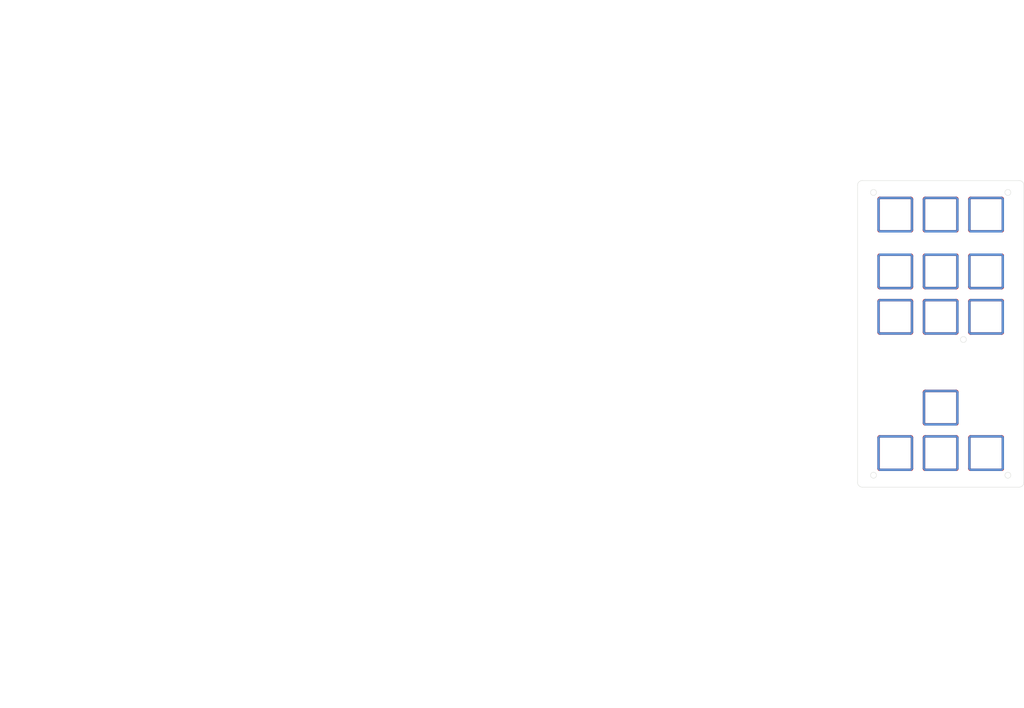
<source format=kicad_pcb>


(kicad_pcb
  (version 20240108)
  (generator "ergogen")
  (generator_version "4.1.0")
  (general
    (thickness 1.6)
    (legacy_teardrops no)
  )
  (paper "A3")
  (title_block
    (title "PhaseShift_Top")
    (date "2025-07-09")
    (rev "0.4.3")
    (company "Allen Choi")
  )

  (layers
    (0 "F.Cu" signal)
    (31 "B.Cu" signal)
    (32 "B.Adhes" user "B.Adhesive")
    (33 "F.Adhes" user "F.Adhesive")
    (34 "B.Paste" user)
    (35 "F.Paste" user)
    (36 "B.SilkS" user "B.Silkscreen")
    (37 "F.SilkS" user "F.Silkscreen")
    (38 "B.Mask" user)
    (39 "F.Mask" user)
    (40 "Dwgs.User" user "User.Drawings")
    (41 "Cmts.User" user "User.Comments")
    (42 "Eco1.User" user "User.Eco1")
    (43 "Eco2.User" user "User.Eco2")
    (44 "Edge.Cuts" user)
    (45 "Margin" user)
    (46 "B.CrtYd" user "B.Courtyard")
    (47 "F.CrtYd" user "F.Courtyard")
    (48 "B.Fab" user)
    (49 "F.Fab" user)
  )

  (setup
    (pad_to_mask_clearance 0.05)
    (allow_soldermask_bridges_in_footprints no)
    (pcbplotparams
      (layerselection 0x00010fc_ffffffff)
      (plot_on_all_layers_selection 0x0000000_00000000)
      (disableapertmacros no)
      (usegerberextensions no)
      (usegerberattributes yes)
      (usegerberadvancedattributes yes)
      (creategerberjobfile yes)
      (dashed_line_dash_ratio 12.000000)
      (dashed_line_gap_ratio 3.000000)
      (svgprecision 4)
      (plotframeref no)
      (viasonmask no)
      (mode 1)
      (useauxorigin no)
      (hpglpennumber 1)
      (hpglpenspeed 20)
      (hpglpendiameter 15.000000)
      (pdf_front_fp_property_popups yes)
      (pdf_back_fp_property_popups yes)
      (dxfpolygonmode yes)
      (dxfimperialunits yes)
      (dxfusepcbnewfont yes)
      (psnegative no)
      (psa4output no)
      (plotreference yes)
      (plotvalue yes)
      (plotfptext yes)
      (plotinvisibletext no)
      (sketchpadsonfab no)
      (subtractmaskfromsilk no)
      (outputformat 1)
      (mirror no)
      (drillshape 1)
      (scaleselection 1)
      (outputdirectory "")
    )
  )

  (net 0 "")
(net 1 "GND")

  
  (zone
    (net 1)
    (net_name "GND")
    (locked no)
    (layers "F&B.Cu")
    
    (hatch edge 0.5)
    
    (connect_pads 
      (clearance 0.508)
    )
    (min_thickness 0.25)
    (filled_areas_thickness no)
    (fill 
      yes
      (thermal_gap 0.5)
      (thermal_bridge_width 0.5)
      (smoothing chamfer)
      (radius 0.5)
      (island_removal_mode 1)
      (island_area_min 5)
      
      
      
      
      
      
      
    )
    (polygon
      (pts
        (xy 0 0) (xy 420 0) (xy 420 297) (xy 0 297) 
      )
    )
  )
    
(
         footprint "Plate-MP_MX_1u"
        (version 20221018)
        (generator pcbnew)
        (layer "F.Cu")
        (attr exclude_from_pos_files exclude_from_bom allow_missing_courtyard)
        (fp_arc (start -7 -6.5) (mid -6.853554 -6.853554) (end -6.5 -7) (stroke (width 1) (type solid)) (layer "F.Cu") )
        (fp_arc (start -6.497236 6.998884) (mid -6.85079 6.852438) (end -6.997236 6.498884) (stroke (width 1) (type solid)) (layer "F.Cu") )
        (fp_arc (start 6.5 -7) (mid 6.853554 -6.853554) (end 7 -6.5) (stroke (width 1) (type solid)) (layer "F.Cu") )
        (fp_arc (start 7 6.5) (mid 6.853554 6.853554) (end 6.5 7) (stroke (width 1) (type solid)) (layer "F.Cu") )
        (fp_arc (start -7 -6.5) (mid -6.853553 -6.853553) (end -6.5 -7) (stroke (width 1) (type solid)) (layer "F.Cu") )
        (fp_arc (start -6.5 7) (mid -6.853553 6.853553) (end -7 6.5) (stroke (width 1) (type solid)) (layer "F.Cu") )
        (fp_arc (start 6.5 -7) (mid 6.853554 -6.853554) (end 7 -6.5) (stroke (width 1) (type solid)) (layer "F.Cu") )
        (fp_arc (start 6.997236 6.498884) (mid 6.85079 6.852438) (end 6.497236 6.998884) (stroke (width 1) (type solid)) (layer "F.Cu") )
        (at 375.45000000000005 90 0)
    
        (fp_text reference "SPMP1" (at 0 -0.5 0) (layer "F.SilkS") hide (effects (font (size 1 1) (thickness 0.1))) )
    
        (fp_line (start -7 -6.5) (end -7 6.5) (stroke (width 1) (type solid)) (layer "F.Cu") )
        (fp_line (start -6.5 7) (end 6.5 7) (stroke (width 1) (type solid)) (layer "F.Cu") )
        (fp_line (start 6.5 -7) (end -6.5 -7) (stroke (width 1) (type solid)) (layer "F.Cu") )
        (fp_line (start 7 6.5) (end 7 -6.5) (stroke (width 1) (type solid)) (layer "F.Cu") )
    
        (fp_text value "Plate-MP_MX_1u" (at 0 1 0) (layer "F.Fab") (effects (font (size 1 1) (thickness 0.15))) )
    
        (fp_line (start -7 -6.5) (end -7 6.5) (stroke (width 1.1) (type solid)) (layer "F.Mask") )
        (fp_line (start -6.5 7) (end 6.5 7) (stroke (width 1.1) (type solid)) (layer "F.Mask") )
        (fp_line (start 6.5 -7) (end -6.5 -7) (stroke (width 1.1) (type solid)) (layer "F.Mask") )
        (fp_line (start 7 6.5) (end 7 -6.5) (stroke (width 1.1) (type solid)) (layer "F.Mask") )
        (fp_arc (start -7 -6.5) (mid -6.853554 -6.853554) (end -6.5 -7) (stroke (width 1.1) (type solid)) (layer "F.Mask") )
        (fp_arc (start -6.497236 6.998884) (mid -6.85079 6.852438) (end -6.997236 6.498884) (stroke (width 1.1) (type solid)) (layer "F.Mask") )
        (fp_arc (start 6.5 -7) (mid 6.853554 -6.853554) (end 7 -6.5) (stroke (width 1.1) (type solid)) (layer "F.Mask") )
        (fp_arc (start 7 6.5) (mid 6.853554 6.853554) (end 6.5 7) (stroke (width 1.1) (type solid)) (layer "F.Mask") )
    
    
    
    
    
        (fp_line (start -7 6.5) (end -7 -6.5) (stroke (width 1) (type solid)) (layer "B.Cu") )
        (fp_line (start -6.5 -7) (end 6.5 -7) (stroke (width 1) (type solid)) (layer "B.Cu") )
        (fp_line (start 6.5 7) (end -6.5 7) (stroke (width 1) (type solid)) (layer "B.Cu") )
        (fp_line (start 7 -6.5) (end 7 6.5) (stroke (width 1) (type solid)) (layer "B.Cu") )
    
    
        (fp_line (start -7 6.5) (end -7 -6.5) (stroke (width 1.1) (type solid)) (layer "B.Mask") )
        (fp_line (start -6.5 -7) (end 6.5 -7) (stroke (width 1.1) (type solid)) (layer "B.Mask") )
        (fp_line (start 6.5 7) (end -6.5 7) (stroke (width 1.1) (type solid)) (layer "B.Mask") )
        (fp_line (start 7 -6.5) (end 7 6.5) (stroke (width 1.1) (type solid)) (layer "B.Mask") )
        (fp_arc (start -7 -6.5) (mid -6.853553 -6.853553) (end -6.5 -7) (stroke (width 1.1) (type solid)) (layer "B.Mask") )
        (fp_arc (start -6.5 7) (mid -6.853553 6.853553) (end -7 6.5) (stroke (width 1.1) (type solid)) (layer "B.Mask") )
        (fp_arc (start 6.5 -7) (mid 6.853554 -6.853554) (end 7 -6.5) (stroke (width 1.1) (type solid)) (layer "B.Mask") )
        (fp_arc (start 6.997236 6.498884) (mid 6.85079 6.852438) (end 6.497236 6.998884) (stroke (width 1.1) (type solid)) (layer "B.Mask") )
    
    
    
        (fp_line (start -7 -6.5) (end -7 6.5) (stroke (width 0.05) (type solid)) (layer "Edge.Cuts") )
        (fp_line (start -6.5 7) (end 6.5 7) (stroke (width 0.05) (type solid)) (layer "Edge.Cuts") )
        (fp_line (start 6.5 -7) (end -6.5 -7) (stroke (width 0.05) (type solid)) (layer "Edge.Cuts") )
        (fp_line (start 7 6.5) (end 7 -6.5) (stroke (width 0.05) (type solid)) (layer "Edge.Cuts") )
        (fp_arc (start -7 -6.5) (mid -6.853553 -6.853553) (end -6.5 -7) (stroke (width 0.05) (type solid)) (layer "Edge.Cuts") )
        (fp_arc (start -6.497236 6.998884) (mid -6.850789 6.852437) (end -6.997236 6.498884) (stroke (width 0.05) (type solid)) (layer "Edge.Cuts") )
        (fp_arc (start 6.5 -7) (mid 6.853554 -6.853554) (end 7 -6.5) (stroke (width 0.05) (type solid)) (layer "Edge.Cuts") )
        (fp_arc (start 7 6.5) (mid 6.853554 6.853554) (end 6.5 7) (stroke (width 0.05) (type solid)) (layer "Edge.Cuts") )
    
        (fp_rect (start -9.525 -9.525) (end 9.525 9.525) (stroke (width 0.1) (type solid)) (fill none) (layer "Dwgs.User") )
    
    
    
    
    
            )
    
(
         footprint "Plate-MP_MX_1u"
        (version 20221018)
        (generator pcbnew)
        (layer "F.Cu")
        (attr exclude_from_pos_files exclude_from_bom allow_missing_courtyard)
        (fp_arc (start -7 -6.5) (mid -6.853554 -6.853554) (end -6.5 -7) (stroke (width 1) (type solid)) (layer "F.Cu") )
        (fp_arc (start -6.497236 6.998884) (mid -6.85079 6.852438) (end -6.997236 6.498884) (stroke (width 1) (type solid)) (layer "F.Cu") )
        (fp_arc (start 6.5 -7) (mid 6.853554 -6.853554) (end 7 -6.5) (stroke (width 1) (type solid)) (layer "F.Cu") )
        (fp_arc (start 7 6.5) (mid 6.853554 6.853554) (end 6.5 7) (stroke (width 1) (type solid)) (layer "F.Cu") )
        (fp_arc (start -7 -6.5) (mid -6.853553 -6.853553) (end -6.5 -7) (stroke (width 1) (type solid)) (layer "F.Cu") )
        (fp_arc (start -6.5 7) (mid -6.853553 6.853553) (end -7 6.5) (stroke (width 1) (type solid)) (layer "F.Cu") )
        (fp_arc (start 6.5 -7) (mid 6.853554 -6.853554) (end 7 -6.5) (stroke (width 1) (type solid)) (layer "F.Cu") )
        (fp_arc (start 6.997236 6.498884) (mid 6.85079 6.852438) (end 6.497236 6.998884) (stroke (width 1) (type solid)) (layer "F.Cu") )
        (at 375.45000000000005 113.8125 0)
    
        (fp_text reference "SPMP2" (at 0 -0.5 0) (layer "F.SilkS") hide (effects (font (size 1 1) (thickness 0.1))) )
    
        (fp_line (start -7 -6.5) (end -7 6.5) (stroke (width 1) (type solid)) (layer "F.Cu") )
        (fp_line (start -6.5 7) (end 6.5 7) (stroke (width 1) (type solid)) (layer "F.Cu") )
        (fp_line (start 6.5 -7) (end -6.5 -7) (stroke (width 1) (type solid)) (layer "F.Cu") )
        (fp_line (start 7 6.5) (end 7 -6.5) (stroke (width 1) (type solid)) (layer "F.Cu") )
    
        (fp_text value "Plate-MP_MX_1u" (at 0 1 0) (layer "F.Fab") (effects (font (size 1 1) (thickness 0.15))) )
    
        (fp_line (start -7 -6.5) (end -7 6.5) (stroke (width 1.1) (type solid)) (layer "F.Mask") )
        (fp_line (start -6.5 7) (end 6.5 7) (stroke (width 1.1) (type solid)) (layer "F.Mask") )
        (fp_line (start 6.5 -7) (end -6.5 -7) (stroke (width 1.1) (type solid)) (layer "F.Mask") )
        (fp_line (start 7 6.5) (end 7 -6.5) (stroke (width 1.1) (type solid)) (layer "F.Mask") )
        (fp_arc (start -7 -6.5) (mid -6.853554 -6.853554) (end -6.5 -7) (stroke (width 1.1) (type solid)) (layer "F.Mask") )
        (fp_arc (start -6.497236 6.998884) (mid -6.85079 6.852438) (end -6.997236 6.498884) (stroke (width 1.1) (type solid)) (layer "F.Mask") )
        (fp_arc (start 6.5 -7) (mid 6.853554 -6.853554) (end 7 -6.5) (stroke (width 1.1) (type solid)) (layer "F.Mask") )
        (fp_arc (start 7 6.5) (mid 6.853554 6.853554) (end 6.5 7) (stroke (width 1.1) (type solid)) (layer "F.Mask") )
    
    
    
    
    
        (fp_line (start -7 6.5) (end -7 -6.5) (stroke (width 1) (type solid)) (layer "B.Cu") )
        (fp_line (start -6.5 -7) (end 6.5 -7) (stroke (width 1) (type solid)) (layer "B.Cu") )
        (fp_line (start 6.5 7) (end -6.5 7) (stroke (width 1) (type solid)) (layer "B.Cu") )
        (fp_line (start 7 -6.5) (end 7 6.5) (stroke (width 1) (type solid)) (layer "B.Cu") )
    
    
        (fp_line (start -7 6.5) (end -7 -6.5) (stroke (width 1.1) (type solid)) (layer "B.Mask") )
        (fp_line (start -6.5 -7) (end 6.5 -7) (stroke (width 1.1) (type solid)) (layer "B.Mask") )
        (fp_line (start 6.5 7) (end -6.5 7) (stroke (width 1.1) (type solid)) (layer "B.Mask") )
        (fp_line (start 7 -6.5) (end 7 6.5) (stroke (width 1.1) (type solid)) (layer "B.Mask") )
        (fp_arc (start -7 -6.5) (mid -6.853553 -6.853553) (end -6.5 -7) (stroke (width 1.1) (type solid)) (layer "B.Mask") )
        (fp_arc (start -6.5 7) (mid -6.853553 6.853553) (end -7 6.5) (stroke (width 1.1) (type solid)) (layer "B.Mask") )
        (fp_arc (start 6.5 -7) (mid 6.853554 -6.853554) (end 7 -6.5) (stroke (width 1.1) (type solid)) (layer "B.Mask") )
        (fp_arc (start 6.997236 6.498884) (mid 6.85079 6.852438) (end 6.497236 6.998884) (stroke (width 1.1) (type solid)) (layer "B.Mask") )
    
    
    
        (fp_line (start -7 -6.5) (end -7 6.5) (stroke (width 0.05) (type solid)) (layer "Edge.Cuts") )
        (fp_line (start -6.5 7) (end 6.5 7) (stroke (width 0.05) (type solid)) (layer "Edge.Cuts") )
        (fp_line (start 6.5 -7) (end -6.5 -7) (stroke (width 0.05) (type solid)) (layer "Edge.Cuts") )
        (fp_line (start 7 6.5) (end 7 -6.5) (stroke (width 0.05) (type solid)) (layer "Edge.Cuts") )
        (fp_arc (start -7 -6.5) (mid -6.853553 -6.853553) (end -6.5 -7) (stroke (width 0.05) (type solid)) (layer "Edge.Cuts") )
        (fp_arc (start -6.497236 6.998884) (mid -6.850789 6.852437) (end -6.997236 6.498884) (stroke (width 0.05) (type solid)) (layer "Edge.Cuts") )
        (fp_arc (start 6.5 -7) (mid 6.853554 -6.853554) (end 7 -6.5) (stroke (width 0.05) (type solid)) (layer "Edge.Cuts") )
        (fp_arc (start 7 6.5) (mid 6.853554 6.853554) (end 6.5 7) (stroke (width 0.05) (type solid)) (layer "Edge.Cuts") )
    
        (fp_rect (start -9.525 -9.525) (end 9.525 9.525) (stroke (width 0.1) (type solid)) (fill none) (layer "Dwgs.User") )
    
    
    
    
    
            )
    
(
         footprint "Plate-MP_MX_1u"
        (version 20221018)
        (generator pcbnew)
        (layer "F.Cu")
        (attr exclude_from_pos_files exclude_from_bom allow_missing_courtyard)
        (fp_arc (start -7 -6.5) (mid -6.853554 -6.853554) (end -6.5 -7) (stroke (width 1) (type solid)) (layer "F.Cu") )
        (fp_arc (start -6.497236 6.998884) (mid -6.85079 6.852438) (end -6.997236 6.498884) (stroke (width 1) (type solid)) (layer "F.Cu") )
        (fp_arc (start 6.5 -7) (mid 6.853554 -6.853554) (end 7 -6.5) (stroke (width 1) (type solid)) (layer "F.Cu") )
        (fp_arc (start 7 6.5) (mid 6.853554 6.853554) (end 6.5 7) (stroke (width 1) (type solid)) (layer "F.Cu") )
        (fp_arc (start -7 -6.5) (mid -6.853553 -6.853553) (end -6.5 -7) (stroke (width 1) (type solid)) (layer "F.Cu") )
        (fp_arc (start -6.5 7) (mid -6.853553 6.853553) (end -7 6.5) (stroke (width 1) (type solid)) (layer "F.Cu") )
        (fp_arc (start 6.5 -7) (mid 6.853554 -6.853554) (end 7 -6.5) (stroke (width 1) (type solid)) (layer "F.Cu") )
        (fp_arc (start 6.997236 6.498884) (mid 6.85079 6.852438) (end 6.497236 6.998884) (stroke (width 1) (type solid)) (layer "F.Cu") )
        (at 375.45000000000005 132.8625 0)
    
        (fp_text reference "SPMP3" (at 0 -0.5 0) (layer "F.SilkS") hide (effects (font (size 1 1) (thickness 0.1))) )
    
        (fp_line (start -7 -6.5) (end -7 6.5) (stroke (width 1) (type solid)) (layer "F.Cu") )
        (fp_line (start -6.5 7) (end 6.5 7) (stroke (width 1) (type solid)) (layer "F.Cu") )
        (fp_line (start 6.5 -7) (end -6.5 -7) (stroke (width 1) (type solid)) (layer "F.Cu") )
        (fp_line (start 7 6.5) (end 7 -6.5) (stroke (width 1) (type solid)) (layer "F.Cu") )
    
        (fp_text value "Plate-MP_MX_1u" (at 0 1 0) (layer "F.Fab") (effects (font (size 1 1) (thickness 0.15))) )
    
        (fp_line (start -7 -6.5) (end -7 6.5) (stroke (width 1.1) (type solid)) (layer "F.Mask") )
        (fp_line (start -6.5 7) (end 6.5 7) (stroke (width 1.1) (type solid)) (layer "F.Mask") )
        (fp_line (start 6.5 -7) (end -6.5 -7) (stroke (width 1.1) (type solid)) (layer "F.Mask") )
        (fp_line (start 7 6.5) (end 7 -6.5) (stroke (width 1.1) (type solid)) (layer "F.Mask") )
        (fp_arc (start -7 -6.5) (mid -6.853554 -6.853554) (end -6.5 -7) (stroke (width 1.1) (type solid)) (layer "F.Mask") )
        (fp_arc (start -6.497236 6.998884) (mid -6.85079 6.852438) (end -6.997236 6.498884) (stroke (width 1.1) (type solid)) (layer "F.Mask") )
        (fp_arc (start 6.5 -7) (mid 6.853554 -6.853554) (end 7 -6.5) (stroke (width 1.1) (type solid)) (layer "F.Mask") )
        (fp_arc (start 7 6.5) (mid 6.853554 6.853554) (end 6.5 7) (stroke (width 1.1) (type solid)) (layer "F.Mask") )
    
    
    
    
    
        (fp_line (start -7 6.5) (end -7 -6.5) (stroke (width 1) (type solid)) (layer "B.Cu") )
        (fp_line (start -6.5 -7) (end 6.5 -7) (stroke (width 1) (type solid)) (layer "B.Cu") )
        (fp_line (start 6.5 7) (end -6.5 7) (stroke (width 1) (type solid)) (layer "B.Cu") )
        (fp_line (start 7 -6.5) (end 7 6.5) (stroke (width 1) (type solid)) (layer "B.Cu") )
    
    
        (fp_line (start -7 6.5) (end -7 -6.5) (stroke (width 1.1) (type solid)) (layer "B.Mask") )
        (fp_line (start -6.5 -7) (end 6.5 -7) (stroke (width 1.1) (type solid)) (layer "B.Mask") )
        (fp_line (start 6.5 7) (end -6.5 7) (stroke (width 1.1) (type solid)) (layer "B.Mask") )
        (fp_line (start 7 -6.5) (end 7 6.5) (stroke (width 1.1) (type solid)) (layer "B.Mask") )
        (fp_arc (start -7 -6.5) (mid -6.853553 -6.853553) (end -6.5 -7) (stroke (width 1.1) (type solid)) (layer "B.Mask") )
        (fp_arc (start -6.5 7) (mid -6.853553 6.853553) (end -7 6.5) (stroke (width 1.1) (type solid)) (layer "B.Mask") )
        (fp_arc (start 6.5 -7) (mid 6.853554 -6.853554) (end 7 -6.5) (stroke (width 1.1) (type solid)) (layer "B.Mask") )
        (fp_arc (start 6.997236 6.498884) (mid 6.85079 6.852438) (end 6.497236 6.998884) (stroke (width 1.1) (type solid)) (layer "B.Mask") )
    
    
    
        (fp_line (start -7 -6.5) (end -7 6.5) (stroke (width 0.05) (type solid)) (layer "Edge.Cuts") )
        (fp_line (start -6.5 7) (end 6.5 7) (stroke (width 0.05) (type solid)) (layer "Edge.Cuts") )
        (fp_line (start 6.5 -7) (end -6.5 -7) (stroke (width 0.05) (type solid)) (layer "Edge.Cuts") )
        (fp_line (start 7 6.5) (end 7 -6.5) (stroke (width 0.05) (type solid)) (layer "Edge.Cuts") )
        (fp_arc (start -7 -6.5) (mid -6.853553 -6.853553) (end -6.5 -7) (stroke (width 0.05) (type solid)) (layer "Edge.Cuts") )
        (fp_arc (start -6.497236 6.998884) (mid -6.850789 6.852437) (end -6.997236 6.498884) (stroke (width 0.05) (type solid)) (layer "Edge.Cuts") )
        (fp_arc (start 6.5 -7) (mid 6.853554 -6.853554) (end 7 -6.5) (stroke (width 0.05) (type solid)) (layer "Edge.Cuts") )
        (fp_arc (start 7 6.5) (mid 6.853554 6.853554) (end 6.5 7) (stroke (width 0.05) (type solid)) (layer "Edge.Cuts") )
    
        (fp_rect (start -9.525 -9.525) (end 9.525 9.525) (stroke (width 0.1) (type solid)) (fill none) (layer "Dwgs.User") )
    
    
    
    
    
            )
    
(
         footprint "Plate-MP_MX_1u"
        (version 20221018)
        (generator pcbnew)
        (layer "F.Cu")
        (attr exclude_from_pos_files exclude_from_bom allow_missing_courtyard)
        (fp_arc (start -7 -6.5) (mid -6.853554 -6.853554) (end -6.5 -7) (stroke (width 1) (type solid)) (layer "F.Cu") )
        (fp_arc (start -6.497236 6.998884) (mid -6.85079 6.852438) (end -6.997236 6.498884) (stroke (width 1) (type solid)) (layer "F.Cu") )
        (fp_arc (start 6.5 -7) (mid 6.853554 -6.853554) (end 7 -6.5) (stroke (width 1) (type solid)) (layer "F.Cu") )
        (fp_arc (start 7 6.5) (mid 6.853554 6.853554) (end 6.5 7) (stroke (width 1) (type solid)) (layer "F.Cu") )
        (fp_arc (start -7 -6.5) (mid -6.853553 -6.853553) (end -6.5 -7) (stroke (width 1) (type solid)) (layer "F.Cu") )
        (fp_arc (start -6.5 7) (mid -6.853553 6.853553) (end -7 6.5) (stroke (width 1) (type solid)) (layer "F.Cu") )
        (fp_arc (start 6.5 -7) (mid 6.853554 -6.853554) (end 7 -6.5) (stroke (width 1) (type solid)) (layer "F.Cu") )
        (fp_arc (start 6.997236 6.498884) (mid 6.85079 6.852438) (end 6.497236 6.998884) (stroke (width 1) (type solid)) (layer "F.Cu") )
        (at 394.50000000000006 90 0)
    
        (fp_text reference "SPMP4" (at 0 -0.5 0) (layer "F.SilkS") hide (effects (font (size 1 1) (thickness 0.1))) )
    
        (fp_line (start -7 -6.5) (end -7 6.5) (stroke (width 1) (type solid)) (layer "F.Cu") )
        (fp_line (start -6.5 7) (end 6.5 7) (stroke (width 1) (type solid)) (layer "F.Cu") )
        (fp_line (start 6.5 -7) (end -6.5 -7) (stroke (width 1) (type solid)) (layer "F.Cu") )
        (fp_line (start 7 6.5) (end 7 -6.5) (stroke (width 1) (type solid)) (layer "F.Cu") )
    
        (fp_text value "Plate-MP_MX_1u" (at 0 1 0) (layer "F.Fab") (effects (font (size 1 1) (thickness 0.15))) )
    
        (fp_line (start -7 -6.5) (end -7 6.5) (stroke (width 1.1) (type solid)) (layer "F.Mask") )
        (fp_line (start -6.5 7) (end 6.5 7) (stroke (width 1.1) (type solid)) (layer "F.Mask") )
        (fp_line (start 6.5 -7) (end -6.5 -7) (stroke (width 1.1) (type solid)) (layer "F.Mask") )
        (fp_line (start 7 6.5) (end 7 -6.5) (stroke (width 1.1) (type solid)) (layer "F.Mask") )
        (fp_arc (start -7 -6.5) (mid -6.853554 -6.853554) (end -6.5 -7) (stroke (width 1.1) (type solid)) (layer "F.Mask") )
        (fp_arc (start -6.497236 6.998884) (mid -6.85079 6.852438) (end -6.997236 6.498884) (stroke (width 1.1) (type solid)) (layer "F.Mask") )
        (fp_arc (start 6.5 -7) (mid 6.853554 -6.853554) (end 7 -6.5) (stroke (width 1.1) (type solid)) (layer "F.Mask") )
        (fp_arc (start 7 6.5) (mid 6.853554 6.853554) (end 6.5 7) (stroke (width 1.1) (type solid)) (layer "F.Mask") )
    
    
    
    
    
        (fp_line (start -7 6.5) (end -7 -6.5) (stroke (width 1) (type solid)) (layer "B.Cu") )
        (fp_line (start -6.5 -7) (end 6.5 -7) (stroke (width 1) (type solid)) (layer "B.Cu") )
        (fp_line (start 6.5 7) (end -6.5 7) (stroke (width 1) (type solid)) (layer "B.Cu") )
        (fp_line (start 7 -6.5) (end 7 6.5) (stroke (width 1) (type solid)) (layer "B.Cu") )
    
    
        (fp_line (start -7 6.5) (end -7 -6.5) (stroke (width 1.1) (type solid)) (layer "B.Mask") )
        (fp_line (start -6.5 -7) (end 6.5 -7) (stroke (width 1.1) (type solid)) (layer "B.Mask") )
        (fp_line (start 6.5 7) (end -6.5 7) (stroke (width 1.1) (type solid)) (layer "B.Mask") )
        (fp_line (start 7 -6.5) (end 7 6.5) (stroke (width 1.1) (type solid)) (layer "B.Mask") )
        (fp_arc (start -7 -6.5) (mid -6.853553 -6.853553) (end -6.5 -7) (stroke (width 1.1) (type solid)) (layer "B.Mask") )
        (fp_arc (start -6.5 7) (mid -6.853553 6.853553) (end -7 6.5) (stroke (width 1.1) (type solid)) (layer "B.Mask") )
        (fp_arc (start 6.5 -7) (mid 6.853554 -6.853554) (end 7 -6.5) (stroke (width 1.1) (type solid)) (layer "B.Mask") )
        (fp_arc (start 6.997236 6.498884) (mid 6.85079 6.852438) (end 6.497236 6.998884) (stroke (width 1.1) (type solid)) (layer "B.Mask") )
    
    
    
        (fp_line (start -7 -6.5) (end -7 6.5) (stroke (width 0.05) (type solid)) (layer "Edge.Cuts") )
        (fp_line (start -6.5 7) (end 6.5 7) (stroke (width 0.05) (type solid)) (layer "Edge.Cuts") )
        (fp_line (start 6.5 -7) (end -6.5 -7) (stroke (width 0.05) (type solid)) (layer "Edge.Cuts") )
        (fp_line (start 7 6.5) (end 7 -6.5) (stroke (width 0.05) (type solid)) (layer "Edge.Cuts") )
        (fp_arc (start -7 -6.5) (mid -6.853553 -6.853553) (end -6.5 -7) (stroke (width 0.05) (type solid)) (layer "Edge.Cuts") )
        (fp_arc (start -6.497236 6.998884) (mid -6.850789 6.852437) (end -6.997236 6.498884) (stroke (width 0.05) (type solid)) (layer "Edge.Cuts") )
        (fp_arc (start 6.5 -7) (mid 6.853554 -6.853554) (end 7 -6.5) (stroke (width 0.05) (type solid)) (layer "Edge.Cuts") )
        (fp_arc (start 7 6.5) (mid 6.853554 6.853554) (end 6.5 7) (stroke (width 0.05) (type solid)) (layer "Edge.Cuts") )
    
        (fp_rect (start -9.525 -9.525) (end 9.525 9.525) (stroke (width 0.1) (type solid)) (fill none) (layer "Dwgs.User") )
    
    
    
    
    
            )
    
(
         footprint "Plate-MP_MX_1u"
        (version 20221018)
        (generator pcbnew)
        (layer "F.Cu")
        (attr exclude_from_pos_files exclude_from_bom allow_missing_courtyard)
        (fp_arc (start -7 -6.5) (mid -6.853554 -6.853554) (end -6.5 -7) (stroke (width 1) (type solid)) (layer "F.Cu") )
        (fp_arc (start -6.497236 6.998884) (mid -6.85079 6.852438) (end -6.997236 6.498884) (stroke (width 1) (type solid)) (layer "F.Cu") )
        (fp_arc (start 6.5 -7) (mid 6.853554 -6.853554) (end 7 -6.5) (stroke (width 1) (type solid)) (layer "F.Cu") )
        (fp_arc (start 7 6.5) (mid 6.853554 6.853554) (end 6.5 7) (stroke (width 1) (type solid)) (layer "F.Cu") )
        (fp_arc (start -7 -6.5) (mid -6.853553 -6.853553) (end -6.5 -7) (stroke (width 1) (type solid)) (layer "F.Cu") )
        (fp_arc (start -6.5 7) (mid -6.853553 6.853553) (end -7 6.5) (stroke (width 1) (type solid)) (layer "F.Cu") )
        (fp_arc (start 6.5 -7) (mid 6.853554 -6.853554) (end 7 -6.5) (stroke (width 1) (type solid)) (layer "F.Cu") )
        (fp_arc (start 6.997236 6.498884) (mid 6.85079 6.852438) (end 6.497236 6.998884) (stroke (width 1) (type solid)) (layer "F.Cu") )
        (at 394.50000000000006 113.8125 0)
    
        (fp_text reference "SPMP5" (at 0 -0.5 0) (layer "F.SilkS") hide (effects (font (size 1 1) (thickness 0.1))) )
    
        (fp_line (start -7 -6.5) (end -7 6.5) (stroke (width 1) (type solid)) (layer "F.Cu") )
        (fp_line (start -6.5 7) (end 6.5 7) (stroke (width 1) (type solid)) (layer "F.Cu") )
        (fp_line (start 6.5 -7) (end -6.5 -7) (stroke (width 1) (type solid)) (layer "F.Cu") )
        (fp_line (start 7 6.5) (end 7 -6.5) (stroke (width 1) (type solid)) (layer "F.Cu") )
    
        (fp_text value "Plate-MP_MX_1u" (at 0 1 0) (layer "F.Fab") (effects (font (size 1 1) (thickness 0.15))) )
    
        (fp_line (start -7 -6.5) (end -7 6.5) (stroke (width 1.1) (type solid)) (layer "F.Mask") )
        (fp_line (start -6.5 7) (end 6.5 7) (stroke (width 1.1) (type solid)) (layer "F.Mask") )
        (fp_line (start 6.5 -7) (end -6.5 -7) (stroke (width 1.1) (type solid)) (layer "F.Mask") )
        (fp_line (start 7 6.5) (end 7 -6.5) (stroke (width 1.1) (type solid)) (layer "F.Mask") )
        (fp_arc (start -7 -6.5) (mid -6.853554 -6.853554) (end -6.5 -7) (stroke (width 1.1) (type solid)) (layer "F.Mask") )
        (fp_arc (start -6.497236 6.998884) (mid -6.85079 6.852438) (end -6.997236 6.498884) (stroke (width 1.1) (type solid)) (layer "F.Mask") )
        (fp_arc (start 6.5 -7) (mid 6.853554 -6.853554) (end 7 -6.5) (stroke (width 1.1) (type solid)) (layer "F.Mask") )
        (fp_arc (start 7 6.5) (mid 6.853554 6.853554) (end 6.5 7) (stroke (width 1.1) (type solid)) (layer "F.Mask") )
    
    
    
    
    
        (fp_line (start -7 6.5) (end -7 -6.5) (stroke (width 1) (type solid)) (layer "B.Cu") )
        (fp_line (start -6.5 -7) (end 6.5 -7) (stroke (width 1) (type solid)) (layer "B.Cu") )
        (fp_line (start 6.5 7) (end -6.5 7) (stroke (width 1) (type solid)) (layer "B.Cu") )
        (fp_line (start 7 -6.5) (end 7 6.5) (stroke (width 1) (type solid)) (layer "B.Cu") )
    
    
        (fp_line (start -7 6.5) (end -7 -6.5) (stroke (width 1.1) (type solid)) (layer "B.Mask") )
        (fp_line (start -6.5 -7) (end 6.5 -7) (stroke (width 1.1) (type solid)) (layer "B.Mask") )
        (fp_line (start 6.5 7) (end -6.5 7) (stroke (width 1.1) (type solid)) (layer "B.Mask") )
        (fp_line (start 7 -6.5) (end 7 6.5) (stroke (width 1.1) (type solid)) (layer "B.Mask") )
        (fp_arc (start -7 -6.5) (mid -6.853553 -6.853553) (end -6.5 -7) (stroke (width 1.1) (type solid)) (layer "B.Mask") )
        (fp_arc (start -6.5 7) (mid -6.853553 6.853553) (end -7 6.5) (stroke (width 1.1) (type solid)) (layer "B.Mask") )
        (fp_arc (start 6.5 -7) (mid 6.853554 -6.853554) (end 7 -6.5) (stroke (width 1.1) (type solid)) (layer "B.Mask") )
        (fp_arc (start 6.997236 6.498884) (mid 6.85079 6.852438) (end 6.497236 6.998884) (stroke (width 1.1) (type solid)) (layer "B.Mask") )
    
    
    
        (fp_line (start -7 -6.5) (end -7 6.5) (stroke (width 0.05) (type solid)) (layer "Edge.Cuts") )
        (fp_line (start -6.5 7) (end 6.5 7) (stroke (width 0.05) (type solid)) (layer "Edge.Cuts") )
        (fp_line (start 6.5 -7) (end -6.5 -7) (stroke (width 0.05) (type solid)) (layer "Edge.Cuts") )
        (fp_line (start 7 6.5) (end 7 -6.5) (stroke (width 0.05) (type solid)) (layer "Edge.Cuts") )
        (fp_arc (start -7 -6.5) (mid -6.853553 -6.853553) (end -6.5 -7) (stroke (width 0.05) (type solid)) (layer "Edge.Cuts") )
        (fp_arc (start -6.497236 6.998884) (mid -6.850789 6.852437) (end -6.997236 6.498884) (stroke (width 0.05) (type solid)) (layer "Edge.Cuts") )
        (fp_arc (start 6.5 -7) (mid 6.853554 -6.853554) (end 7 -6.5) (stroke (width 0.05) (type solid)) (layer "Edge.Cuts") )
        (fp_arc (start 7 6.5) (mid 6.853554 6.853554) (end 6.5 7) (stroke (width 0.05) (type solid)) (layer "Edge.Cuts") )
    
        (fp_rect (start -9.525 -9.525) (end 9.525 9.525) (stroke (width 0.1) (type solid)) (fill none) (layer "Dwgs.User") )
    
    
    
    
    
            )
    
(
         footprint "Plate-MP_MX_1u"
        (version 20221018)
        (generator pcbnew)
        (layer "F.Cu")
        (attr exclude_from_pos_files exclude_from_bom allow_missing_courtyard)
        (fp_arc (start -7 -6.5) (mid -6.853554 -6.853554) (end -6.5 -7) (stroke (width 1) (type solid)) (layer "F.Cu") )
        (fp_arc (start -6.497236 6.998884) (mid -6.85079 6.852438) (end -6.997236 6.498884) (stroke (width 1) (type solid)) (layer "F.Cu") )
        (fp_arc (start 6.5 -7) (mid 6.853554 -6.853554) (end 7 -6.5) (stroke (width 1) (type solid)) (layer "F.Cu") )
        (fp_arc (start 7 6.5) (mid 6.853554 6.853554) (end 6.5 7) (stroke (width 1) (type solid)) (layer "F.Cu") )
        (fp_arc (start -7 -6.5) (mid -6.853553 -6.853553) (end -6.5 -7) (stroke (width 1) (type solid)) (layer "F.Cu") )
        (fp_arc (start -6.5 7) (mid -6.853553 6.853553) (end -7 6.5) (stroke (width 1) (type solid)) (layer "F.Cu") )
        (fp_arc (start 6.5 -7) (mid 6.853554 -6.853554) (end 7 -6.5) (stroke (width 1) (type solid)) (layer "F.Cu") )
        (fp_arc (start 6.997236 6.498884) (mid 6.85079 6.852438) (end 6.497236 6.998884) (stroke (width 1) (type solid)) (layer "F.Cu") )
        (at 394.50000000000006 132.8625 0)
    
        (fp_text reference "SPMP6" (at 0 -0.5 0) (layer "F.SilkS") hide (effects (font (size 1 1) (thickness 0.1))) )
    
        (fp_line (start -7 -6.5) (end -7 6.5) (stroke (width 1) (type solid)) (layer "F.Cu") )
        (fp_line (start -6.5 7) (end 6.5 7) (stroke (width 1) (type solid)) (layer "F.Cu") )
        (fp_line (start 6.5 -7) (end -6.5 -7) (stroke (width 1) (type solid)) (layer "F.Cu") )
        (fp_line (start 7 6.5) (end 7 -6.5) (stroke (width 1) (type solid)) (layer "F.Cu") )
    
        (fp_text value "Plate-MP_MX_1u" (at 0 1 0) (layer "F.Fab") (effects (font (size 1 1) (thickness 0.15))) )
    
        (fp_line (start -7 -6.5) (end -7 6.5) (stroke (width 1.1) (type solid)) (layer "F.Mask") )
        (fp_line (start -6.5 7) (end 6.5 7) (stroke (width 1.1) (type solid)) (layer "F.Mask") )
        (fp_line (start 6.5 -7) (end -6.5 -7) (stroke (width 1.1) (type solid)) (layer "F.Mask") )
        (fp_line (start 7 6.5) (end 7 -6.5) (stroke (width 1.1) (type solid)) (layer "F.Mask") )
        (fp_arc (start -7 -6.5) (mid -6.853554 -6.853554) (end -6.5 -7) (stroke (width 1.1) (type solid)) (layer "F.Mask") )
        (fp_arc (start -6.497236 6.998884) (mid -6.85079 6.852438) (end -6.997236 6.498884) (stroke (width 1.1) (type solid)) (layer "F.Mask") )
        (fp_arc (start 6.5 -7) (mid 6.853554 -6.853554) (end 7 -6.5) (stroke (width 1.1) (type solid)) (layer "F.Mask") )
        (fp_arc (start 7 6.5) (mid 6.853554 6.853554) (end 6.5 7) (stroke (width 1.1) (type solid)) (layer "F.Mask") )
    
    
    
    
    
        (fp_line (start -7 6.5) (end -7 -6.5) (stroke (width 1) (type solid)) (layer "B.Cu") )
        (fp_line (start -6.5 -7) (end 6.5 -7) (stroke (width 1) (type solid)) (layer "B.Cu") )
        (fp_line (start 6.5 7) (end -6.5 7) (stroke (width 1) (type solid)) (layer "B.Cu") )
        (fp_line (start 7 -6.5) (end 7 6.5) (stroke (width 1) (type solid)) (layer "B.Cu") )
    
    
        (fp_line (start -7 6.5) (end -7 -6.5) (stroke (width 1.1) (type solid)) (layer "B.Mask") )
        (fp_line (start -6.5 -7) (end 6.5 -7) (stroke (width 1.1) (type solid)) (layer "B.Mask") )
        (fp_line (start 6.5 7) (end -6.5 7) (stroke (width 1.1) (type solid)) (layer "B.Mask") )
        (fp_line (start 7 -6.5) (end 7 6.5) (stroke (width 1.1) (type solid)) (layer "B.Mask") )
        (fp_arc (start -7 -6.5) (mid -6.853553 -6.853553) (end -6.5 -7) (stroke (width 1.1) (type solid)) (layer "B.Mask") )
        (fp_arc (start -6.5 7) (mid -6.853553 6.853553) (end -7 6.5) (stroke (width 1.1) (type solid)) (layer "B.Mask") )
        (fp_arc (start 6.5 -7) (mid 6.853554 -6.853554) (end 7 -6.5) (stroke (width 1.1) (type solid)) (layer "B.Mask") )
        (fp_arc (start 6.997236 6.498884) (mid 6.85079 6.852438) (end 6.497236 6.998884) (stroke (width 1.1) (type solid)) (layer "B.Mask") )
    
    
    
        (fp_line (start -7 -6.5) (end -7 6.5) (stroke (width 0.05) (type solid)) (layer "Edge.Cuts") )
        (fp_line (start -6.5 7) (end 6.5 7) (stroke (width 0.05) (type solid)) (layer "Edge.Cuts") )
        (fp_line (start 6.5 -7) (end -6.5 -7) (stroke (width 0.05) (type solid)) (layer "Edge.Cuts") )
        (fp_line (start 7 6.5) (end 7 -6.5) (stroke (width 0.05) (type solid)) (layer "Edge.Cuts") )
        (fp_arc (start -7 -6.5) (mid -6.853553 -6.853553) (end -6.5 -7) (stroke (width 0.05) (type solid)) (layer "Edge.Cuts") )
        (fp_arc (start -6.497236 6.998884) (mid -6.850789 6.852437) (end -6.997236 6.498884) (stroke (width 0.05) (type solid)) (layer "Edge.Cuts") )
        (fp_arc (start 6.5 -7) (mid 6.853554 -6.853554) (end 7 -6.5) (stroke (width 0.05) (type solid)) (layer "Edge.Cuts") )
        (fp_arc (start 7 6.5) (mid 6.853554 6.853554) (end 6.5 7) (stroke (width 0.05) (type solid)) (layer "Edge.Cuts") )
    
        (fp_rect (start -9.525 -9.525) (end 9.525 9.525) (stroke (width 0.1) (type solid)) (fill none) (layer "Dwgs.User") )
    
    
    
    
    
            )
    
(
         footprint "Plate-MP_MX_1u"
        (version 20221018)
        (generator pcbnew)
        (layer "F.Cu")
        (attr exclude_from_pos_files exclude_from_bom allow_missing_courtyard)
        (fp_arc (start -7 -6.5) (mid -6.853554 -6.853554) (end -6.5 -7) (stroke (width 1) (type solid)) (layer "F.Cu") )
        (fp_arc (start -6.497236 6.998884) (mid -6.85079 6.852438) (end -6.997236 6.498884) (stroke (width 1) (type solid)) (layer "F.Cu") )
        (fp_arc (start 6.5 -7) (mid 6.853554 -6.853554) (end 7 -6.5) (stroke (width 1) (type solid)) (layer "F.Cu") )
        (fp_arc (start 7 6.5) (mid 6.853554 6.853554) (end 6.5 7) (stroke (width 1) (type solid)) (layer "F.Cu") )
        (fp_arc (start -7 -6.5) (mid -6.853553 -6.853553) (end -6.5 -7) (stroke (width 1) (type solid)) (layer "F.Cu") )
        (fp_arc (start -6.5 7) (mid -6.853553 6.853553) (end -7 6.5) (stroke (width 1) (type solid)) (layer "F.Cu") )
        (fp_arc (start 6.5 -7) (mid 6.853554 -6.853554) (end 7 -6.5) (stroke (width 1) (type solid)) (layer "F.Cu") )
        (fp_arc (start 6.997236 6.498884) (mid 6.85079 6.852438) (end 6.497236 6.998884) (stroke (width 1) (type solid)) (layer "F.Cu") )
        (at 413.55000000000007 90 0)
    
        (fp_text reference "SPMP7" (at 0 -0.5 0) (layer "F.SilkS") hide (effects (font (size 1 1) (thickness 0.1))) )
    
        (fp_line (start -7 -6.5) (end -7 6.5) (stroke (width 1) (type solid)) (layer "F.Cu") )
        (fp_line (start -6.5 7) (end 6.5 7) (stroke (width 1) (type solid)) (layer "F.Cu") )
        (fp_line (start 6.5 -7) (end -6.5 -7) (stroke (width 1) (type solid)) (layer "F.Cu") )
        (fp_line (start 7 6.5) (end 7 -6.5) (stroke (width 1) (type solid)) (layer "F.Cu") )
    
        (fp_text value "Plate-MP_MX_1u" (at 0 1 0) (layer "F.Fab") (effects (font (size 1 1) (thickness 0.15))) )
    
        (fp_line (start -7 -6.5) (end -7 6.5) (stroke (width 1.1) (type solid)) (layer "F.Mask") )
        (fp_line (start -6.5 7) (end 6.5 7) (stroke (width 1.1) (type solid)) (layer "F.Mask") )
        (fp_line (start 6.5 -7) (end -6.5 -7) (stroke (width 1.1) (type solid)) (layer "F.Mask") )
        (fp_line (start 7 6.5) (end 7 -6.5) (stroke (width 1.1) (type solid)) (layer "F.Mask") )
        (fp_arc (start -7 -6.5) (mid -6.853554 -6.853554) (end -6.5 -7) (stroke (width 1.1) (type solid)) (layer "F.Mask") )
        (fp_arc (start -6.497236 6.998884) (mid -6.85079 6.852438) (end -6.997236 6.498884) (stroke (width 1.1) (type solid)) (layer "F.Mask") )
        (fp_arc (start 6.5 -7) (mid 6.853554 -6.853554) (end 7 -6.5) (stroke (width 1.1) (type solid)) (layer "F.Mask") )
        (fp_arc (start 7 6.5) (mid 6.853554 6.853554) (end 6.5 7) (stroke (width 1.1) (type solid)) (layer "F.Mask") )
    
    
    
    
    
        (fp_line (start -7 6.5) (end -7 -6.5) (stroke (width 1) (type solid)) (layer "B.Cu") )
        (fp_line (start -6.5 -7) (end 6.5 -7) (stroke (width 1) (type solid)) (layer "B.Cu") )
        (fp_line (start 6.5 7) (end -6.5 7) (stroke (width 1) (type solid)) (layer "B.Cu") )
        (fp_line (start 7 -6.5) (end 7 6.5) (stroke (width 1) (type solid)) (layer "B.Cu") )
    
    
        (fp_line (start -7 6.5) (end -7 -6.5) (stroke (width 1.1) (type solid)) (layer "B.Mask") )
        (fp_line (start -6.5 -7) (end 6.5 -7) (stroke (width 1.1) (type solid)) (layer "B.Mask") )
        (fp_line (start 6.5 7) (end -6.5 7) (stroke (width 1.1) (type solid)) (layer "B.Mask") )
        (fp_line (start 7 -6.5) (end 7 6.5) (stroke (width 1.1) (type solid)) (layer "B.Mask") )
        (fp_arc (start -7 -6.5) (mid -6.853553 -6.853553) (end -6.5 -7) (stroke (width 1.1) (type solid)) (layer "B.Mask") )
        (fp_arc (start -6.5 7) (mid -6.853553 6.853553) (end -7 6.5) (stroke (width 1.1) (type solid)) (layer "B.Mask") )
        (fp_arc (start 6.5 -7) (mid 6.853554 -6.853554) (end 7 -6.5) (stroke (width 1.1) (type solid)) (layer "B.Mask") )
        (fp_arc (start 6.997236 6.498884) (mid 6.85079 6.852438) (end 6.497236 6.998884) (stroke (width 1.1) (type solid)) (layer "B.Mask") )
    
    
    
        (fp_line (start -7 -6.5) (end -7 6.5) (stroke (width 0.05) (type solid)) (layer "Edge.Cuts") )
        (fp_line (start -6.5 7) (end 6.5 7) (stroke (width 0.05) (type solid)) (layer "Edge.Cuts") )
        (fp_line (start 6.5 -7) (end -6.5 -7) (stroke (width 0.05) (type solid)) (layer "Edge.Cuts") )
        (fp_line (start 7 6.5) (end 7 -6.5) (stroke (width 0.05) (type solid)) (layer "Edge.Cuts") )
        (fp_arc (start -7 -6.5) (mid -6.853553 -6.853553) (end -6.5 -7) (stroke (width 0.05) (type solid)) (layer "Edge.Cuts") )
        (fp_arc (start -6.497236 6.998884) (mid -6.850789 6.852437) (end -6.997236 6.498884) (stroke (width 0.05) (type solid)) (layer "Edge.Cuts") )
        (fp_arc (start 6.5 -7) (mid 6.853554 -6.853554) (end 7 -6.5) (stroke (width 0.05) (type solid)) (layer "Edge.Cuts") )
        (fp_arc (start 7 6.5) (mid 6.853554 6.853554) (end 6.5 7) (stroke (width 0.05) (type solid)) (layer "Edge.Cuts") )
    
        (fp_rect (start -9.525 -9.525) (end 9.525 9.525) (stroke (width 0.1) (type solid)) (fill none) (layer "Dwgs.User") )
    
    
    
    
    
            )
    
(
         footprint "Plate-MP_MX_1u"
        (version 20221018)
        (generator pcbnew)
        (layer "F.Cu")
        (attr exclude_from_pos_files exclude_from_bom allow_missing_courtyard)
        (fp_arc (start -7 -6.5) (mid -6.853554 -6.853554) (end -6.5 -7) (stroke (width 1) (type solid)) (layer "F.Cu") )
        (fp_arc (start -6.497236 6.998884) (mid -6.85079 6.852438) (end -6.997236 6.498884) (stroke (width 1) (type solid)) (layer "F.Cu") )
        (fp_arc (start 6.5 -7) (mid 6.853554 -6.853554) (end 7 -6.5) (stroke (width 1) (type solid)) (layer "F.Cu") )
        (fp_arc (start 7 6.5) (mid 6.853554 6.853554) (end 6.5 7) (stroke (width 1) (type solid)) (layer "F.Cu") )
        (fp_arc (start -7 -6.5) (mid -6.853553 -6.853553) (end -6.5 -7) (stroke (width 1) (type solid)) (layer "F.Cu") )
        (fp_arc (start -6.5 7) (mid -6.853553 6.853553) (end -7 6.5) (stroke (width 1) (type solid)) (layer "F.Cu") )
        (fp_arc (start 6.5 -7) (mid 6.853554 -6.853554) (end 7 -6.5) (stroke (width 1) (type solid)) (layer "F.Cu") )
        (fp_arc (start 6.997236 6.498884) (mid 6.85079 6.852438) (end 6.497236 6.998884) (stroke (width 1) (type solid)) (layer "F.Cu") )
        (at 413.55000000000007 113.8125 0)
    
        (fp_text reference "SPMP8" (at 0 -0.5 0) (layer "F.SilkS") hide (effects (font (size 1 1) (thickness 0.1))) )
    
        (fp_line (start -7 -6.5) (end -7 6.5) (stroke (width 1) (type solid)) (layer "F.Cu") )
        (fp_line (start -6.5 7) (end 6.5 7) (stroke (width 1) (type solid)) (layer "F.Cu") )
        (fp_line (start 6.5 -7) (end -6.5 -7) (stroke (width 1) (type solid)) (layer "F.Cu") )
        (fp_line (start 7 6.5) (end 7 -6.5) (stroke (width 1) (type solid)) (layer "F.Cu") )
    
        (fp_text value "Plate-MP_MX_1u" (at 0 1 0) (layer "F.Fab") (effects (font (size 1 1) (thickness 0.15))) )
    
        (fp_line (start -7 -6.5) (end -7 6.5) (stroke (width 1.1) (type solid)) (layer "F.Mask") )
        (fp_line (start -6.5 7) (end 6.5 7) (stroke (width 1.1) (type solid)) (layer "F.Mask") )
        (fp_line (start 6.5 -7) (end -6.5 -7) (stroke (width 1.1) (type solid)) (layer "F.Mask") )
        (fp_line (start 7 6.5) (end 7 -6.5) (stroke (width 1.1) (type solid)) (layer "F.Mask") )
        (fp_arc (start -7 -6.5) (mid -6.853554 -6.853554) (end -6.5 -7) (stroke (width 1.1) (type solid)) (layer "F.Mask") )
        (fp_arc (start -6.497236 6.998884) (mid -6.85079 6.852438) (end -6.997236 6.498884) (stroke (width 1.1) (type solid)) (layer "F.Mask") )
        (fp_arc (start 6.5 -7) (mid 6.853554 -6.853554) (end 7 -6.5) (stroke (width 1.1) (type solid)) (layer "F.Mask") )
        (fp_arc (start 7 6.5) (mid 6.853554 6.853554) (end 6.5 7) (stroke (width 1.1) (type solid)) (layer "F.Mask") )
    
    
    
    
    
        (fp_line (start -7 6.5) (end -7 -6.5) (stroke (width 1) (type solid)) (layer "B.Cu") )
        (fp_line (start -6.5 -7) (end 6.5 -7) (stroke (width 1) (type solid)) (layer "B.Cu") )
        (fp_line (start 6.5 7) (end -6.5 7) (stroke (width 1) (type solid)) (layer "B.Cu") )
        (fp_line (start 7 -6.5) (end 7 6.5) (stroke (width 1) (type solid)) (layer "B.Cu") )
    
    
        (fp_line (start -7 6.5) (end -7 -6.5) (stroke (width 1.1) (type solid)) (layer "B.Mask") )
        (fp_line (start -6.5 -7) (end 6.5 -7) (stroke (width 1.1) (type solid)) (layer "B.Mask") )
        (fp_line (start 6.5 7) (end -6.5 7) (stroke (width 1.1) (type solid)) (layer "B.Mask") )
        (fp_line (start 7 -6.5) (end 7 6.5) (stroke (width 1.1) (type solid)) (layer "B.Mask") )
        (fp_arc (start -7 -6.5) (mid -6.853553 -6.853553) (end -6.5 -7) (stroke (width 1.1) (type solid)) (layer "B.Mask") )
        (fp_arc (start -6.5 7) (mid -6.853553 6.853553) (end -7 6.5) (stroke (width 1.1) (type solid)) (layer "B.Mask") )
        (fp_arc (start 6.5 -7) (mid 6.853554 -6.853554) (end 7 -6.5) (stroke (width 1.1) (type solid)) (layer "B.Mask") )
        (fp_arc (start 6.997236 6.498884) (mid 6.85079 6.852438) (end 6.497236 6.998884) (stroke (width 1.1) (type solid)) (layer "B.Mask") )
    
    
    
        (fp_line (start -7 -6.5) (end -7 6.5) (stroke (width 0.05) (type solid)) (layer "Edge.Cuts") )
        (fp_line (start -6.5 7) (end 6.5 7) (stroke (width 0.05) (type solid)) (layer "Edge.Cuts") )
        (fp_line (start 6.5 -7) (end -6.5 -7) (stroke (width 0.05) (type solid)) (layer "Edge.Cuts") )
        (fp_line (start 7 6.5) (end 7 -6.5) (stroke (width 0.05) (type solid)) (layer "Edge.Cuts") )
        (fp_arc (start -7 -6.5) (mid -6.853553 -6.853553) (end -6.5 -7) (stroke (width 0.05) (type solid)) (layer "Edge.Cuts") )
        (fp_arc (start -6.497236 6.998884) (mid -6.850789 6.852437) (end -6.997236 6.498884) (stroke (width 0.05) (type solid)) (layer "Edge.Cuts") )
        (fp_arc (start 6.5 -7) (mid 6.853554 -6.853554) (end 7 -6.5) (stroke (width 0.05) (type solid)) (layer "Edge.Cuts") )
        (fp_arc (start 7 6.5) (mid 6.853554 6.853554) (end 6.5 7) (stroke (width 0.05) (type solid)) (layer "Edge.Cuts") )
    
        (fp_rect (start -9.525 -9.525) (end 9.525 9.525) (stroke (width 0.1) (type solid)) (fill none) (layer "Dwgs.User") )
    
    
    
    
    
            )
    
(
         footprint "Plate-MP_MX_1u"
        (version 20221018)
        (generator pcbnew)
        (layer "F.Cu")
        (attr exclude_from_pos_files exclude_from_bom allow_missing_courtyard)
        (fp_arc (start -7 -6.5) (mid -6.853554 -6.853554) (end -6.5 -7) (stroke (width 1) (type solid)) (layer "F.Cu") )
        (fp_arc (start -6.497236 6.998884) (mid -6.85079 6.852438) (end -6.997236 6.498884) (stroke (width 1) (type solid)) (layer "F.Cu") )
        (fp_arc (start 6.5 -7) (mid 6.853554 -6.853554) (end 7 -6.5) (stroke (width 1) (type solid)) (layer "F.Cu") )
        (fp_arc (start 7 6.5) (mid 6.853554 6.853554) (end 6.5 7) (stroke (width 1) (type solid)) (layer "F.Cu") )
        (fp_arc (start -7 -6.5) (mid -6.853553 -6.853553) (end -6.5 -7) (stroke (width 1) (type solid)) (layer "F.Cu") )
        (fp_arc (start -6.5 7) (mid -6.853553 6.853553) (end -7 6.5) (stroke (width 1) (type solid)) (layer "F.Cu") )
        (fp_arc (start 6.5 -7) (mid 6.853554 -6.853554) (end 7 -6.5) (stroke (width 1) (type solid)) (layer "F.Cu") )
        (fp_arc (start 6.997236 6.498884) (mid 6.85079 6.852438) (end 6.497236 6.998884) (stroke (width 1) (type solid)) (layer "F.Cu") )
        (at 413.55000000000007 132.8625 0)
    
        (fp_text reference "SPMP9" (at 0 -0.5 0) (layer "F.SilkS") hide (effects (font (size 1 1) (thickness 0.1))) )
    
        (fp_line (start -7 -6.5) (end -7 6.5) (stroke (width 1) (type solid)) (layer "F.Cu") )
        (fp_line (start -6.5 7) (end 6.5 7) (stroke (width 1) (type solid)) (layer "F.Cu") )
        (fp_line (start 6.5 -7) (end -6.5 -7) (stroke (width 1) (type solid)) (layer "F.Cu") )
        (fp_line (start 7 6.5) (end 7 -6.5) (stroke (width 1) (type solid)) (layer "F.Cu") )
    
        (fp_text value "Plate-MP_MX_1u" (at 0 1 0) (layer "F.Fab") (effects (font (size 1 1) (thickness 0.15))) )
    
        (fp_line (start -7 -6.5) (end -7 6.5) (stroke (width 1.1) (type solid)) (layer "F.Mask") )
        (fp_line (start -6.5 7) (end 6.5 7) (stroke (width 1.1) (type solid)) (layer "F.Mask") )
        (fp_line (start 6.5 -7) (end -6.5 -7) (stroke (width 1.1) (type solid)) (layer "F.Mask") )
        (fp_line (start 7 6.5) (end 7 -6.5) (stroke (width 1.1) (type solid)) (layer "F.Mask") )
        (fp_arc (start -7 -6.5) (mid -6.853554 -6.853554) (end -6.5 -7) (stroke (width 1.1) (type solid)) (layer "F.Mask") )
        (fp_arc (start -6.497236 6.998884) (mid -6.85079 6.852438) (end -6.997236 6.498884) (stroke (width 1.1) (type solid)) (layer "F.Mask") )
        (fp_arc (start 6.5 -7) (mid 6.853554 -6.853554) (end 7 -6.5) (stroke (width 1.1) (type solid)) (layer "F.Mask") )
        (fp_arc (start 7 6.5) (mid 6.853554 6.853554) (end 6.5 7) (stroke (width 1.1) (type solid)) (layer "F.Mask") )
    
    
    
    
    
        (fp_line (start -7 6.5) (end -7 -6.5) (stroke (width 1) (type solid)) (layer "B.Cu") )
        (fp_line (start -6.5 -7) (end 6.5 -7) (stroke (width 1) (type solid)) (layer "B.Cu") )
        (fp_line (start 6.5 7) (end -6.5 7) (stroke (width 1) (type solid)) (layer "B.Cu") )
        (fp_line (start 7 -6.5) (end 7 6.5) (stroke (width 1) (type solid)) (layer "B.Cu") )
    
    
        (fp_line (start -7 6.5) (end -7 -6.5) (stroke (width 1.1) (type solid)) (layer "B.Mask") )
        (fp_line (start -6.5 -7) (end 6.5 -7) (stroke (width 1.1) (type solid)) (layer "B.Mask") )
        (fp_line (start 6.5 7) (end -6.5 7) (stroke (width 1.1) (type solid)) (layer "B.Mask") )
        (fp_line (start 7 -6.5) (end 7 6.5) (stroke (width 1.1) (type solid)) (layer "B.Mask") )
        (fp_arc (start -7 -6.5) (mid -6.853553 -6.853553) (end -6.5 -7) (stroke (width 1.1) (type solid)) (layer "B.Mask") )
        (fp_arc (start -6.5 7) (mid -6.853553 6.853553) (end -7 6.5) (stroke (width 1.1) (type solid)) (layer "B.Mask") )
        (fp_arc (start 6.5 -7) (mid 6.853554 -6.853554) (end 7 -6.5) (stroke (width 1.1) (type solid)) (layer "B.Mask") )
        (fp_arc (start 6.997236 6.498884) (mid 6.85079 6.852438) (end 6.497236 6.998884) (stroke (width 1.1) (type solid)) (layer "B.Mask") )
    
    
    
        (fp_line (start -7 -6.5) (end -7 6.5) (stroke (width 0.05) (type solid)) (layer "Edge.Cuts") )
        (fp_line (start -6.5 7) (end 6.5 7) (stroke (width 0.05) (type solid)) (layer "Edge.Cuts") )
        (fp_line (start 6.5 -7) (end -6.5 -7) (stroke (width 0.05) (type solid)) (layer "Edge.Cuts") )
        (fp_line (start 7 6.5) (end 7 -6.5) (stroke (width 0.05) (type solid)) (layer "Edge.Cuts") )
        (fp_arc (start -7 -6.5) (mid -6.853553 -6.853553) (end -6.5 -7) (stroke (width 0.05) (type solid)) (layer "Edge.Cuts") )
        (fp_arc (start -6.497236 6.998884) (mid -6.850789 6.852437) (end -6.997236 6.498884) (stroke (width 0.05) (type solid)) (layer "Edge.Cuts") )
        (fp_arc (start 6.5 -7) (mid 6.853554 -6.853554) (end 7 -6.5) (stroke (width 0.05) (type solid)) (layer "Edge.Cuts") )
        (fp_arc (start 7 6.5) (mid 6.853554 6.853554) (end 6.5 7) (stroke (width 0.05) (type solid)) (layer "Edge.Cuts") )
    
        (fp_rect (start -9.525 -9.525) (end 9.525 9.525) (stroke (width 0.1) (type solid)) (fill none) (layer "Dwgs.User") )
    
    
    
    
    
            )
    
(
         footprint "Plate-MP_MX_1u"
        (version 20221018)
        (generator pcbnew)
        (layer "F.Cu")
        (attr exclude_from_pos_files exclude_from_bom allow_missing_courtyard)
        (fp_arc (start -7 -6.5) (mid -6.853554 -6.853554) (end -6.5 -7) (stroke (width 1) (type solid)) (layer "F.Cu") )
        (fp_arc (start -6.497236 6.998884) (mid -6.85079 6.852438) (end -6.997236 6.498884) (stroke (width 1) (type solid)) (layer "F.Cu") )
        (fp_arc (start 6.5 -7) (mid 6.853554 -6.853554) (end 7 -6.5) (stroke (width 1) (type solid)) (layer "F.Cu") )
        (fp_arc (start 7 6.5) (mid 6.853554 6.853554) (end 6.5 7) (stroke (width 1) (type solid)) (layer "F.Cu") )
        (fp_arc (start -7 -6.5) (mid -6.853553 -6.853553) (end -6.5 -7) (stroke (width 1) (type solid)) (layer "F.Cu") )
        (fp_arc (start -6.5 7) (mid -6.853553 6.853553) (end -7 6.5) (stroke (width 1) (type solid)) (layer "F.Cu") )
        (fp_arc (start 6.5 -7) (mid 6.853554 -6.853554) (end 7 -6.5) (stroke (width 1) (type solid)) (layer "F.Cu") )
        (fp_arc (start 6.997236 6.498884) (mid 6.85079 6.852438) (end 6.497236 6.998884) (stroke (width 1) (type solid)) (layer "F.Cu") )
        (at 394.50000000000006 170.9625 0)
    
        (fp_text reference "SPMP10" (at 0 -0.5 0) (layer "F.SilkS") hide (effects (font (size 1 1) (thickness 0.1))) )
    
        (fp_line (start -7 -6.5) (end -7 6.5) (stroke (width 1) (type solid)) (layer "F.Cu") )
        (fp_line (start -6.5 7) (end 6.5 7) (stroke (width 1) (type solid)) (layer "F.Cu") )
        (fp_line (start 6.5 -7) (end -6.5 -7) (stroke (width 1) (type solid)) (layer "F.Cu") )
        (fp_line (start 7 6.5) (end 7 -6.5) (stroke (width 1) (type solid)) (layer "F.Cu") )
    
        (fp_text value "Plate-MP_MX_1u" (at 0 1 0) (layer "F.Fab") (effects (font (size 1 1) (thickness 0.15))) )
    
        (fp_line (start -7 -6.5) (end -7 6.5) (stroke (width 1.1) (type solid)) (layer "F.Mask") )
        (fp_line (start -6.5 7) (end 6.5 7) (stroke (width 1.1) (type solid)) (layer "F.Mask") )
        (fp_line (start 6.5 -7) (end -6.5 -7) (stroke (width 1.1) (type solid)) (layer "F.Mask") )
        (fp_line (start 7 6.5) (end 7 -6.5) (stroke (width 1.1) (type solid)) (layer "F.Mask") )
        (fp_arc (start -7 -6.5) (mid -6.853554 -6.853554) (end -6.5 -7) (stroke (width 1.1) (type solid)) (layer "F.Mask") )
        (fp_arc (start -6.497236 6.998884) (mid -6.85079 6.852438) (end -6.997236 6.498884) (stroke (width 1.1) (type solid)) (layer "F.Mask") )
        (fp_arc (start 6.5 -7) (mid 6.853554 -6.853554) (end 7 -6.5) (stroke (width 1.1) (type solid)) (layer "F.Mask") )
        (fp_arc (start 7 6.5) (mid 6.853554 6.853554) (end 6.5 7) (stroke (width 1.1) (type solid)) (layer "F.Mask") )
    
    
    
    
    
        (fp_line (start -7 6.5) (end -7 -6.5) (stroke (width 1) (type solid)) (layer "B.Cu") )
        (fp_line (start -6.5 -7) (end 6.5 -7) (stroke (width 1) (type solid)) (layer "B.Cu") )
        (fp_line (start 6.5 7) (end -6.5 7) (stroke (width 1) (type solid)) (layer "B.Cu") )
        (fp_line (start 7 -6.5) (end 7 6.5) (stroke (width 1) (type solid)) (layer "B.Cu") )
    
    
        (fp_line (start -7 6.5) (end -7 -6.5) (stroke (width 1.1) (type solid)) (layer "B.Mask") )
        (fp_line (start -6.5 -7) (end 6.5 -7) (stroke (width 1.1) (type solid)) (layer "B.Mask") )
        (fp_line (start 6.5 7) (end -6.5 7) (stroke (width 1.1) (type solid)) (layer "B.Mask") )
        (fp_line (start 7 -6.5) (end 7 6.5) (stroke (width 1.1) (type solid)) (layer "B.Mask") )
        (fp_arc (start -7 -6.5) (mid -6.853553 -6.853553) (end -6.5 -7) (stroke (width 1.1) (type solid)) (layer "B.Mask") )
        (fp_arc (start -6.5 7) (mid -6.853553 6.853553) (end -7 6.5) (stroke (width 1.1) (type solid)) (layer "B.Mask") )
        (fp_arc (start 6.5 -7) (mid 6.853554 -6.853554) (end 7 -6.5) (stroke (width 1.1) (type solid)) (layer "B.Mask") )
        (fp_arc (start 6.997236 6.498884) (mid 6.85079 6.852438) (end 6.497236 6.998884) (stroke (width 1.1) (type solid)) (layer "B.Mask") )
    
    
    
        (fp_line (start -7 -6.5) (end -7 6.5) (stroke (width 0.05) (type solid)) (layer "Edge.Cuts") )
        (fp_line (start -6.5 7) (end 6.5 7) (stroke (width 0.05) (type solid)) (layer "Edge.Cuts") )
        (fp_line (start 6.5 -7) (end -6.5 -7) (stroke (width 0.05) (type solid)) (layer "Edge.Cuts") )
        (fp_line (start 7 6.5) (end 7 -6.5) (stroke (width 0.05) (type solid)) (layer "Edge.Cuts") )
        (fp_arc (start -7 -6.5) (mid -6.853553 -6.853553) (end -6.5 -7) (stroke (width 0.05) (type solid)) (layer "Edge.Cuts") )
        (fp_arc (start -6.497236 6.998884) (mid -6.850789 6.852437) (end -6.997236 6.498884) (stroke (width 0.05) (type solid)) (layer "Edge.Cuts") )
        (fp_arc (start 6.5 -7) (mid 6.853554 -6.853554) (end 7 -6.5) (stroke (width 0.05) (type solid)) (layer "Edge.Cuts") )
        (fp_arc (start 7 6.5) (mid 6.853554 6.853554) (end 6.5 7) (stroke (width 0.05) (type solid)) (layer "Edge.Cuts") )
    
        (fp_rect (start -9.525 -9.525) (end 9.525 9.525) (stroke (width 0.1) (type solid)) (fill none) (layer "Dwgs.User") )
    
    
    
    
    
            )
    
(
         footprint "Plate-MP_MX_1u"
        (version 20221018)
        (generator pcbnew)
        (layer "F.Cu")
        (attr exclude_from_pos_files exclude_from_bom allow_missing_courtyard)
        (fp_arc (start -7 -6.5) (mid -6.853554 -6.853554) (end -6.5 -7) (stroke (width 1) (type solid)) (layer "F.Cu") )
        (fp_arc (start -6.497236 6.998884) (mid -6.85079 6.852438) (end -6.997236 6.498884) (stroke (width 1) (type solid)) (layer "F.Cu") )
        (fp_arc (start 6.5 -7) (mid 6.853554 -6.853554) (end 7 -6.5) (stroke (width 1) (type solid)) (layer "F.Cu") )
        (fp_arc (start 7 6.5) (mid 6.853554 6.853554) (end 6.5 7) (stroke (width 1) (type solid)) (layer "F.Cu") )
        (fp_arc (start -7 -6.5) (mid -6.853553 -6.853553) (end -6.5 -7) (stroke (width 1) (type solid)) (layer "F.Cu") )
        (fp_arc (start -6.5 7) (mid -6.853553 6.853553) (end -7 6.5) (stroke (width 1) (type solid)) (layer "F.Cu") )
        (fp_arc (start 6.5 -7) (mid 6.853554 -6.853554) (end 7 -6.5) (stroke (width 1) (type solid)) (layer "F.Cu") )
        (fp_arc (start 6.997236 6.498884) (mid 6.85079 6.852438) (end 6.497236 6.998884) (stroke (width 1) (type solid)) (layer "F.Cu") )
        (at 375.45000000000005 190.0125 0)
    
        (fp_text reference "SPMP11" (at 0 -0.5 0) (layer "F.SilkS") hide (effects (font (size 1 1) (thickness 0.1))) )
    
        (fp_line (start -7 -6.5) (end -7 6.5) (stroke (width 1) (type solid)) (layer "F.Cu") )
        (fp_line (start -6.5 7) (end 6.5 7) (stroke (width 1) (type solid)) (layer "F.Cu") )
        (fp_line (start 6.5 -7) (end -6.5 -7) (stroke (width 1) (type solid)) (layer "F.Cu") )
        (fp_line (start 7 6.5) (end 7 -6.5) (stroke (width 1) (type solid)) (layer "F.Cu") )
    
        (fp_text value "Plate-MP_MX_1u" (at 0 1 0) (layer "F.Fab") (effects (font (size 1 1) (thickness 0.15))) )
    
        (fp_line (start -7 -6.5) (end -7 6.5) (stroke (width 1.1) (type solid)) (layer "F.Mask") )
        (fp_line (start -6.5 7) (end 6.5 7) (stroke (width 1.1) (type solid)) (layer "F.Mask") )
        (fp_line (start 6.5 -7) (end -6.5 -7) (stroke (width 1.1) (type solid)) (layer "F.Mask") )
        (fp_line (start 7 6.5) (end 7 -6.5) (stroke (width 1.1) (type solid)) (layer "F.Mask") )
        (fp_arc (start -7 -6.5) (mid -6.853554 -6.853554) (end -6.5 -7) (stroke (width 1.1) (type solid)) (layer "F.Mask") )
        (fp_arc (start -6.497236 6.998884) (mid -6.85079 6.852438) (end -6.997236 6.498884) (stroke (width 1.1) (type solid)) (layer "F.Mask") )
        (fp_arc (start 6.5 -7) (mid 6.853554 -6.853554) (end 7 -6.5) (stroke (width 1.1) (type solid)) (layer "F.Mask") )
        (fp_arc (start 7 6.5) (mid 6.853554 6.853554) (end 6.5 7) (stroke (width 1.1) (type solid)) (layer "F.Mask") )
    
    
    
    
    
        (fp_line (start -7 6.5) (end -7 -6.5) (stroke (width 1) (type solid)) (layer "B.Cu") )
        (fp_line (start -6.5 -7) (end 6.5 -7) (stroke (width 1) (type solid)) (layer "B.Cu") )
        (fp_line (start 6.5 7) (end -6.5 7) (stroke (width 1) (type solid)) (layer "B.Cu") )
        (fp_line (start 7 -6.5) (end 7 6.5) (stroke (width 1) (type solid)) (layer "B.Cu") )
    
    
        (fp_line (start -7 6.5) (end -7 -6.5) (stroke (width 1.1) (type solid)) (layer "B.Mask") )
        (fp_line (start -6.5 -7) (end 6.5 -7) (stroke (width 1.1) (type solid)) (layer "B.Mask") )
        (fp_line (start 6.5 7) (end -6.5 7) (stroke (width 1.1) (type solid)) (layer "B.Mask") )
        (fp_line (start 7 -6.5) (end 7 6.5) (stroke (width 1.1) (type solid)) (layer "B.Mask") )
        (fp_arc (start -7 -6.5) (mid -6.853553 -6.853553) (end -6.5 -7) (stroke (width 1.1) (type solid)) (layer "B.Mask") )
        (fp_arc (start -6.5 7) (mid -6.853553 6.853553) (end -7 6.5) (stroke (width 1.1) (type solid)) (layer "B.Mask") )
        (fp_arc (start 6.5 -7) (mid 6.853554 -6.853554) (end 7 -6.5) (stroke (width 1.1) (type solid)) (layer "B.Mask") )
        (fp_arc (start 6.997236 6.498884) (mid 6.85079 6.852438) (end 6.497236 6.998884) (stroke (width 1.1) (type solid)) (layer "B.Mask") )
    
    
    
        (fp_line (start -7 -6.5) (end -7 6.5) (stroke (width 0.05) (type solid)) (layer "Edge.Cuts") )
        (fp_line (start -6.5 7) (end 6.5 7) (stroke (width 0.05) (type solid)) (layer "Edge.Cuts") )
        (fp_line (start 6.5 -7) (end -6.5 -7) (stroke (width 0.05) (type solid)) (layer "Edge.Cuts") )
        (fp_line (start 7 6.5) (end 7 -6.5) (stroke (width 0.05) (type solid)) (layer "Edge.Cuts") )
        (fp_arc (start -7 -6.5) (mid -6.853553 -6.853553) (end -6.5 -7) (stroke (width 0.05) (type solid)) (layer "Edge.Cuts") )
        (fp_arc (start -6.497236 6.998884) (mid -6.850789 6.852437) (end -6.997236 6.498884) (stroke (width 0.05) (type solid)) (layer "Edge.Cuts") )
        (fp_arc (start 6.5 -7) (mid 6.853554 -6.853554) (end 7 -6.5) (stroke (width 0.05) (type solid)) (layer "Edge.Cuts") )
        (fp_arc (start 7 6.5) (mid 6.853554 6.853554) (end 6.5 7) (stroke (width 0.05) (type solid)) (layer "Edge.Cuts") )
    
        (fp_rect (start -9.525 -9.525) (end 9.525 9.525) (stroke (width 0.1) (type solid)) (fill none) (layer "Dwgs.User") )
    
    
    
    
    
            )
    
(
         footprint "Plate-MP_MX_1u"
        (version 20221018)
        (generator pcbnew)
        (layer "F.Cu")
        (attr exclude_from_pos_files exclude_from_bom allow_missing_courtyard)
        (fp_arc (start -7 -6.5) (mid -6.853554 -6.853554) (end -6.5 -7) (stroke (width 1) (type solid)) (layer "F.Cu") )
        (fp_arc (start -6.497236 6.998884) (mid -6.85079 6.852438) (end -6.997236 6.498884) (stroke (width 1) (type solid)) (layer "F.Cu") )
        (fp_arc (start 6.5 -7) (mid 6.853554 -6.853554) (end 7 -6.5) (stroke (width 1) (type solid)) (layer "F.Cu") )
        (fp_arc (start 7 6.5) (mid 6.853554 6.853554) (end 6.5 7) (stroke (width 1) (type solid)) (layer "F.Cu") )
        (fp_arc (start -7 -6.5) (mid -6.853553 -6.853553) (end -6.5 -7) (stroke (width 1) (type solid)) (layer "F.Cu") )
        (fp_arc (start -6.5 7) (mid -6.853553 6.853553) (end -7 6.5) (stroke (width 1) (type solid)) (layer "F.Cu") )
        (fp_arc (start 6.5 -7) (mid 6.853554 -6.853554) (end 7 -6.5) (stroke (width 1) (type solid)) (layer "F.Cu") )
        (fp_arc (start 6.997236 6.498884) (mid 6.85079 6.852438) (end 6.497236 6.998884) (stroke (width 1) (type solid)) (layer "F.Cu") )
        (at 394.50000000000006 190.0125 0)
    
        (fp_text reference "SPMP12" (at 0 -0.5 0) (layer "F.SilkS") hide (effects (font (size 1 1) (thickness 0.1))) )
    
        (fp_line (start -7 -6.5) (end -7 6.5) (stroke (width 1) (type solid)) (layer "F.Cu") )
        (fp_line (start -6.5 7) (end 6.5 7) (stroke (width 1) (type solid)) (layer "F.Cu") )
        (fp_line (start 6.5 -7) (end -6.5 -7) (stroke (width 1) (type solid)) (layer "F.Cu") )
        (fp_line (start 7 6.5) (end 7 -6.5) (stroke (width 1) (type solid)) (layer "F.Cu") )
    
        (fp_text value "Plate-MP_MX_1u" (at 0 1 0) (layer "F.Fab") (effects (font (size 1 1) (thickness 0.15))) )
    
        (fp_line (start -7 -6.5) (end -7 6.5) (stroke (width 1.1) (type solid)) (layer "F.Mask") )
        (fp_line (start -6.5 7) (end 6.5 7) (stroke (width 1.1) (type solid)) (layer "F.Mask") )
        (fp_line (start 6.5 -7) (end -6.5 -7) (stroke (width 1.1) (type solid)) (layer "F.Mask") )
        (fp_line (start 7 6.5) (end 7 -6.5) (stroke (width 1.1) (type solid)) (layer "F.Mask") )
        (fp_arc (start -7 -6.5) (mid -6.853554 -6.853554) (end -6.5 -7) (stroke (width 1.1) (type solid)) (layer "F.Mask") )
        (fp_arc (start -6.497236 6.998884) (mid -6.85079 6.852438) (end -6.997236 6.498884) (stroke (width 1.1) (type solid)) (layer "F.Mask") )
        (fp_arc (start 6.5 -7) (mid 6.853554 -6.853554) (end 7 -6.5) (stroke (width 1.1) (type solid)) (layer "F.Mask") )
        (fp_arc (start 7 6.5) (mid 6.853554 6.853554) (end 6.5 7) (stroke (width 1.1) (type solid)) (layer "F.Mask") )
    
    
    
    
    
        (fp_line (start -7 6.5) (end -7 -6.5) (stroke (width 1) (type solid)) (layer "B.Cu") )
        (fp_line (start -6.5 -7) (end 6.5 -7) (stroke (width 1) (type solid)) (layer "B.Cu") )
        (fp_line (start 6.5 7) (end -6.5 7) (stroke (width 1) (type solid)) (layer "B.Cu") )
        (fp_line (start 7 -6.5) (end 7 6.5) (stroke (width 1) (type solid)) (layer "B.Cu") )
    
    
        (fp_line (start -7 6.5) (end -7 -6.5) (stroke (width 1.1) (type solid)) (layer "B.Mask") )
        (fp_line (start -6.5 -7) (end 6.5 -7) (stroke (width 1.1) (type solid)) (layer "B.Mask") )
        (fp_line (start 6.5 7) (end -6.5 7) (stroke (width 1.1) (type solid)) (layer "B.Mask") )
        (fp_line (start 7 -6.5) (end 7 6.5) (stroke (width 1.1) (type solid)) (layer "B.Mask") )
        (fp_arc (start -7 -6.5) (mid -6.853553 -6.853553) (end -6.5 -7) (stroke (width 1.1) (type solid)) (layer "B.Mask") )
        (fp_arc (start -6.5 7) (mid -6.853553 6.853553) (end -7 6.5) (stroke (width 1.1) (type solid)) (layer "B.Mask") )
        (fp_arc (start 6.5 -7) (mid 6.853554 -6.853554) (end 7 -6.5) (stroke (width 1.1) (type solid)) (layer "B.Mask") )
        (fp_arc (start 6.997236 6.498884) (mid 6.85079 6.852438) (end 6.497236 6.998884) (stroke (width 1.1) (type solid)) (layer "B.Mask") )
    
    
    
        (fp_line (start -7 -6.5) (end -7 6.5) (stroke (width 0.05) (type solid)) (layer "Edge.Cuts") )
        (fp_line (start -6.5 7) (end 6.5 7) (stroke (width 0.05) (type solid)) (layer "Edge.Cuts") )
        (fp_line (start 6.5 -7) (end -6.5 -7) (stroke (width 0.05) (type solid)) (layer "Edge.Cuts") )
        (fp_line (start 7 6.5) (end 7 -6.5) (stroke (width 0.05) (type solid)) (layer "Edge.Cuts") )
        (fp_arc (start -7 -6.5) (mid -6.853553 -6.853553) (end -6.5 -7) (stroke (width 0.05) (type solid)) (layer "Edge.Cuts") )
        (fp_arc (start -6.497236 6.998884) (mid -6.850789 6.852437) (end -6.997236 6.498884) (stroke (width 0.05) (type solid)) (layer "Edge.Cuts") )
        (fp_arc (start 6.5 -7) (mid 6.853554 -6.853554) (end 7 -6.5) (stroke (width 0.05) (type solid)) (layer "Edge.Cuts") )
        (fp_arc (start 7 6.5) (mid 6.853554 6.853554) (end 6.5 7) (stroke (width 0.05) (type solid)) (layer "Edge.Cuts") )
    
        (fp_rect (start -9.525 -9.525) (end 9.525 9.525) (stroke (width 0.1) (type solid)) (fill none) (layer "Dwgs.User") )
    
    
    
    
    
            )
    
(
         footprint "Plate-MP_MX_1u"
        (version 20221018)
        (generator pcbnew)
        (layer "F.Cu")
        (attr exclude_from_pos_files exclude_from_bom allow_missing_courtyard)
        (fp_arc (start -7 -6.5) (mid -6.853554 -6.853554) (end -6.5 -7) (stroke (width 1) (type solid)) (layer "F.Cu") )
        (fp_arc (start -6.497236 6.998884) (mid -6.85079 6.852438) (end -6.997236 6.498884) (stroke (width 1) (type solid)) (layer "F.Cu") )
        (fp_arc (start 6.5 -7) (mid 6.853554 -6.853554) (end 7 -6.5) (stroke (width 1) (type solid)) (layer "F.Cu") )
        (fp_arc (start 7 6.5) (mid 6.853554 6.853554) (end 6.5 7) (stroke (width 1) (type solid)) (layer "F.Cu") )
        (fp_arc (start -7 -6.5) (mid -6.853553 -6.853553) (end -6.5 -7) (stroke (width 1) (type solid)) (layer "F.Cu") )
        (fp_arc (start -6.5 7) (mid -6.853553 6.853553) (end -7 6.5) (stroke (width 1) (type solid)) (layer "F.Cu") )
        (fp_arc (start 6.5 -7) (mid 6.853554 -6.853554) (end 7 -6.5) (stroke (width 1) (type solid)) (layer "F.Cu") )
        (fp_arc (start 6.997236 6.498884) (mid 6.85079 6.852438) (end 6.497236 6.998884) (stroke (width 1) (type solid)) (layer "F.Cu") )
        (at 413.55000000000007 190.0125 0)
    
        (fp_text reference "SPMP13" (at 0 -0.5 0) (layer "F.SilkS") hide (effects (font (size 1 1) (thickness 0.1))) )
    
        (fp_line (start -7 -6.5) (end -7 6.5) (stroke (width 1) (type solid)) (layer "F.Cu") )
        (fp_line (start -6.5 7) (end 6.5 7) (stroke (width 1) (type solid)) (layer "F.Cu") )
        (fp_line (start 6.5 -7) (end -6.5 -7) (stroke (width 1) (type solid)) (layer "F.Cu") )
        (fp_line (start 7 6.5) (end 7 -6.5) (stroke (width 1) (type solid)) (layer "F.Cu") )
    
        (fp_text value "Plate-MP_MX_1u" (at 0 1 0) (layer "F.Fab") (effects (font (size 1 1) (thickness 0.15))) )
    
        (fp_line (start -7 -6.5) (end -7 6.5) (stroke (width 1.1) (type solid)) (layer "F.Mask") )
        (fp_line (start -6.5 7) (end 6.5 7) (stroke (width 1.1) (type solid)) (layer "F.Mask") )
        (fp_line (start 6.5 -7) (end -6.5 -7) (stroke (width 1.1) (type solid)) (layer "F.Mask") )
        (fp_line (start 7 6.5) (end 7 -6.5) (stroke (width 1.1) (type solid)) (layer "F.Mask") )
        (fp_arc (start -7 -6.5) (mid -6.853554 -6.853554) (end -6.5 -7) (stroke (width 1.1) (type solid)) (layer "F.Mask") )
        (fp_arc (start -6.497236 6.998884) (mid -6.85079 6.852438) (end -6.997236 6.498884) (stroke (width 1.1) (type solid)) (layer "F.Mask") )
        (fp_arc (start 6.5 -7) (mid 6.853554 -6.853554) (end 7 -6.5) (stroke (width 1.1) (type solid)) (layer "F.Mask") )
        (fp_arc (start 7 6.5) (mid 6.853554 6.853554) (end 6.5 7) (stroke (width 1.1) (type solid)) (layer "F.Mask") )
    
    
    
    
    
        (fp_line (start -7 6.5) (end -7 -6.5) (stroke (width 1) (type solid)) (layer "B.Cu") )
        (fp_line (start -6.5 -7) (end 6.5 -7) (stroke (width 1) (type solid)) (layer "B.Cu") )
        (fp_line (start 6.5 7) (end -6.5 7) (stroke (width 1) (type solid)) (layer "B.Cu") )
        (fp_line (start 7 -6.5) (end 7 6.5) (stroke (width 1) (type solid)) (layer "B.Cu") )
    
    
        (fp_line (start -7 6.5) (end -7 -6.5) (stroke (width 1.1) (type solid)) (layer "B.Mask") )
        (fp_line (start -6.5 -7) (end 6.5 -7) (stroke (width 1.1) (type solid)) (layer "B.Mask") )
        (fp_line (start 6.5 7) (end -6.5 7) (stroke (width 1.1) (type solid)) (layer "B.Mask") )
        (fp_line (start 7 -6.5) (end 7 6.5) (stroke (width 1.1) (type solid)) (layer "B.Mask") )
        (fp_arc (start -7 -6.5) (mid -6.853553 -6.853553) (end -6.5 -7) (stroke (width 1.1) (type solid)) (layer "B.Mask") )
        (fp_arc (start -6.5 7) (mid -6.853553 6.853553) (end -7 6.5) (stroke (width 1.1) (type solid)) (layer "B.Mask") )
        (fp_arc (start 6.5 -7) (mid 6.853554 -6.853554) (end 7 -6.5) (stroke (width 1.1) (type solid)) (layer "B.Mask") )
        (fp_arc (start 6.997236 6.498884) (mid 6.85079 6.852438) (end 6.497236 6.998884) (stroke (width 1.1) (type solid)) (layer "B.Mask") )
    
    
    
        (fp_line (start -7 -6.5) (end -7 6.5) (stroke (width 0.05) (type solid)) (layer "Edge.Cuts") )
        (fp_line (start -6.5 7) (end 6.5 7) (stroke (width 0.05) (type solid)) (layer "Edge.Cuts") )
        (fp_line (start 6.5 -7) (end -6.5 -7) (stroke (width 0.05) (type solid)) (layer "Edge.Cuts") )
        (fp_line (start 7 6.5) (end 7 -6.5) (stroke (width 0.05) (type solid)) (layer "Edge.Cuts") )
        (fp_arc (start -7 -6.5) (mid -6.853553 -6.853553) (end -6.5 -7) (stroke (width 0.05) (type solid)) (layer "Edge.Cuts") )
        (fp_arc (start -6.497236 6.998884) (mid -6.850789 6.852437) (end -6.997236 6.498884) (stroke (width 0.05) (type solid)) (layer "Edge.Cuts") )
        (fp_arc (start 6.5 -7) (mid 6.853554 -6.853554) (end 7 -6.5) (stroke (width 0.05) (type solid)) (layer "Edge.Cuts") )
        (fp_arc (start 7 6.5) (mid 6.853554 6.853554) (end 6.5 7) (stroke (width 0.05) (type solid)) (layer "Edge.Cuts") )
    
        (fp_rect (start -9.525 -9.525) (end 9.525 9.525) (stroke (width 0.1) (type solid)) (fill none) (layer "Dwgs.User") )
    
    
    
    
    
            )
    
  (gr_line (start 359.62500000000006 202.29999999999998) (end 359.62500000000006 77.7125) (layer Edge.Cuts) (stroke (width 0.15) (type default)))
(gr_line (start 361.62500000000006 75.7125) (end 427.37500000000006 75.7125) (layer Edge.Cuts) (stroke (width 0.15) (type default)))
(gr_line (start 429.37500000000006 77.7125) (end 429.37500000000006 202.29999999999998) (layer Edge.Cuts) (stroke (width 0.15) (type default)))
(gr_line (start 427.37500000000006 204.29999999999998) (end 361.62500000000006 204.29999999999998) (layer Edge.Cuts) (stroke (width 0.15) (type default)))
(gr_arc (start 361.62500000000006 75.7125) (mid 360.2107864000001 76.29828640000001) (end 359.62500000000006 77.7125) (layer Edge.Cuts) (stroke (width 0.15) (type default)))
(gr_arc (start 429.37500000000006 77.7125) (mid 428.78921360000004 76.29828640000001) (end 427.37500000000006 75.7125) (layer Edge.Cuts) (stroke (width 0.15) (type default)))
(gr_arc (start 427.37500000000006 204.29999999999998) (mid 428.78921360000004 203.7142136) (end 429.37500000000006 202.29999999999998) (layer Edge.Cuts) (stroke (width 0.15) (type default)))
(gr_arc (start 359.62500000000006 202.29999999999998) (mid 360.2107864000001 203.7142136) (end 361.62500000000006 204.29999999999998) (layer Edge.Cuts) (stroke (width 0.15) (type default)))
(gr_circle (center 366.32500000000005 80.7125) (end 367.57500000000005 80.7125) (layer Edge.Cuts) (stroke (width 0.15) (type default)) (fill none))
(gr_circle (center 422.67500000000007 80.7125) (end 423.92500000000007 80.7125) (layer Edge.Cuts) (stroke (width 0.15) (type default)) (fill none))
(gr_circle (center 422.67500000000007 199.29999999999998) (end 423.92500000000007 199.29999999999998) (layer Edge.Cuts) (stroke (width 0.15) (type default)) (fill none))
(gr_circle (center 366.32500000000005 199.29999999999998) (end 367.57500000000005 199.29999999999998) (layer Edge.Cuts) (stroke (width 0.15) (type default)) (fill none))
(gr_circle (center 404.02500000000003 142.38750000000002) (end 405.27500000000003 142.38750000000002) (layer Edge.Cuts) (stroke (width 0.15) (type default)) (fill none))

)


</source>
